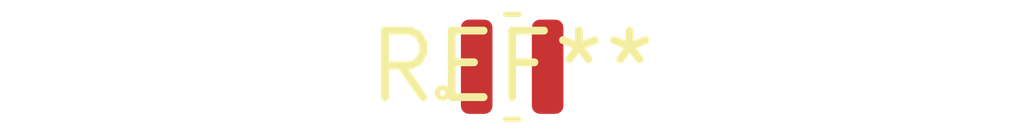
<source format=kicad_pcb>
(kicad_pcb (version 20240108) (generator pcbnew)
  (layers (0 "F.Cu" signal) (31 "B.Cu" signal) (34 "B.Paste" user) (35 "F.Paste" user) (36 "B.SilkS" user "B.Silkscreen") (37 "F.SilkS" user "F.Silkscreen") (38 "B.Mask" user) (39 "F.Mask" user) (44 "Edge.Cuts" user))
  (net 0 "")
  (footprint "L_Coilcraft_XFL2010" (layer "F.Cu") (at 0 0)
    (property "Reference" "REF**")
    (property "Value" "L_Coilcraft_XFL2010")
    (fp_line (start -0.125 -1) (end 0.125 -1) (layer "F.SilkS") (stroke (width 0.1)))
    (fp_line (start -0.125 1) (end 0.125 1) (layer "F.SilkS") (stroke (width 0.1)))
    (fp_circle (center -1.325 0.5) (end -1.225 0.5) (layer "F.SilkS") (stroke (width 0.1)) (fill none))
    (pad "1" smd roundrect (at -0.675 0) (size 0.6 1.8) (layers "F.Cu" "F.Paste" "F.Mask"))
    (pad "2" smd roundrect (at 0.675 0) (size 0.6 1.8) (layers "F.Cu" "F.Paste" "F.Mask"))
  )
)
</source>
